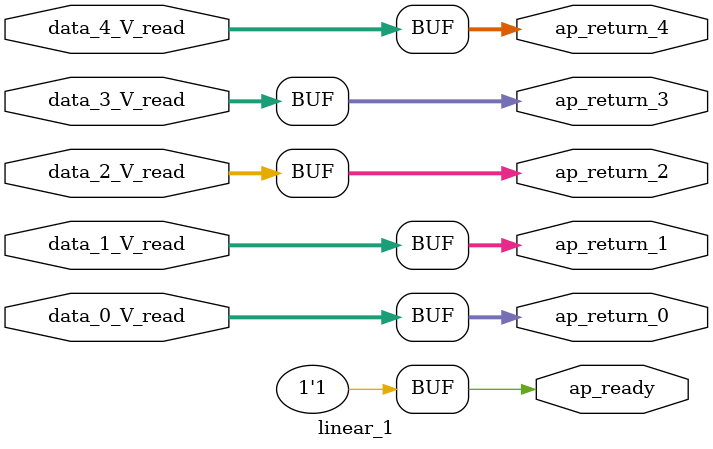
<source format=v>

`timescale 1 ns / 1 ps 

module linear_1 (
        ap_ready,
        data_0_V_read,
        data_1_V_read,
        data_2_V_read,
        data_3_V_read,
        data_4_V_read,
        ap_return_0,
        ap_return_1,
        ap_return_2,
        ap_return_3,
        ap_return_4
);


output   ap_ready;
input  [31:0] data_0_V_read;
input  [31:0] data_1_V_read;
input  [31:0] data_2_V_read;
input  [31:0] data_3_V_read;
input  [31:0] data_4_V_read;
output  [31:0] ap_return_0;
output  [31:0] ap_return_1;
output  [31:0] ap_return_2;
output  [31:0] ap_return_3;
output  [31:0] ap_return_4;

assign ap_ready = 1'b1;

assign ap_return_0 = data_0_V_read;

assign ap_return_1 = data_1_V_read;

assign ap_return_2 = data_2_V_read;

assign ap_return_3 = data_3_V_read;

assign ap_return_4 = data_4_V_read;

endmodule //linear_1

</source>
